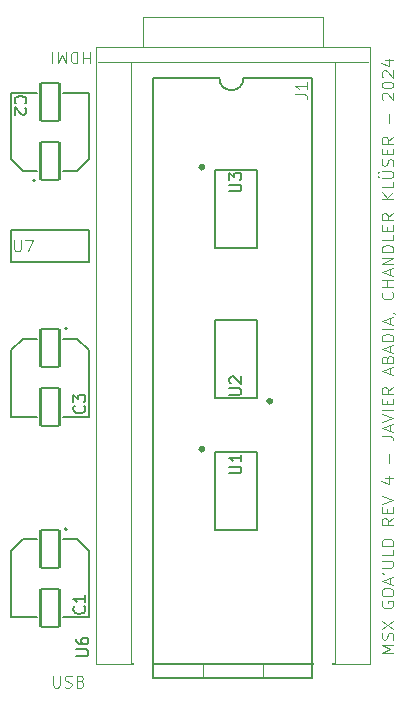
<source format=gto>
G04 #@! TF.GenerationSoftware,KiCad,Pcbnew,8.0.4*
G04 #@! TF.CreationDate,2024-09-05T13:45:58-03:00*
G04 #@! TF.ProjectId,MSX_Goauld_Rev4,4d53585f-476f-4617-956c-645f52657634,rev?*
G04 #@! TF.SameCoordinates,Original*
G04 #@! TF.FileFunction,Legend,Top*
G04 #@! TF.FilePolarity,Positive*
%FSLAX46Y46*%
G04 Gerber Fmt 4.6, Leading zero omitted, Abs format (unit mm)*
G04 Created by KiCad (PCBNEW 8.0.4) date 2024-09-05 13:45:58*
%MOMM*%
%LPD*%
G01*
G04 APERTURE LIST*
G04 Aperture macros list*
%AMRoundRect*
0 Rectangle with rounded corners*
0 $1 Rounding radius*
0 $2 $3 $4 $5 $6 $7 $8 $9 X,Y pos of 4 corners*
0 Add a 4 corners polygon primitive as box body*
4,1,4,$2,$3,$4,$5,$6,$7,$8,$9,$2,$3,0*
0 Add four circle primitives for the rounded corners*
1,1,$1+$1,$2,$3*
1,1,$1+$1,$4,$5*
1,1,$1+$1,$6,$7*
1,1,$1+$1,$8,$9*
0 Add four rect primitives between the rounded corners*
20,1,$1+$1,$2,$3,$4,$5,0*
20,1,$1+$1,$4,$5,$6,$7,0*
20,1,$1+$1,$6,$7,$8,$9,0*
20,1,$1+$1,$8,$9,$2,$3,0*%
G04 Aperture macros list end*
%ADD10C,0.100000*%
%ADD11C,0.150000*%
%ADD12C,0.127000*%
%ADD13C,0.200000*%
%ADD14C,0.120000*%
%ADD15C,0.300000*%
%ADD16C,0.152400*%
%ADD17RoundRect,0.102000X0.800000X-1.600000X0.800000X1.600000X-0.800000X1.600000X-0.800000X-1.600000X0*%
%ADD18R,0.980000X2.470000*%
%ADD19R,3.600000X2.470000*%
%ADD20C,1.320800*%
%ADD21O,1.740000X0.360000*%
%ADD22RoundRect,0.102000X-0.800000X1.600000X-0.800000X-1.600000X0.800000X-1.600000X0.800000X1.600000X0*%
%ADD23C,1.500000*%
G04 APERTURE END LIST*
D10*
X152662095Y-126634419D02*
X152662095Y-127443942D01*
X152662095Y-127443942D02*
X152709714Y-127539180D01*
X152709714Y-127539180D02*
X152757333Y-127586800D01*
X152757333Y-127586800D02*
X152852571Y-127634419D01*
X152852571Y-127634419D02*
X153043047Y-127634419D01*
X153043047Y-127634419D02*
X153138285Y-127586800D01*
X153138285Y-127586800D02*
X153185904Y-127539180D01*
X153185904Y-127539180D02*
X153233523Y-127443942D01*
X153233523Y-127443942D02*
X153233523Y-126634419D01*
X153662095Y-127586800D02*
X153804952Y-127634419D01*
X153804952Y-127634419D02*
X154043047Y-127634419D01*
X154043047Y-127634419D02*
X154138285Y-127586800D01*
X154138285Y-127586800D02*
X154185904Y-127539180D01*
X154185904Y-127539180D02*
X154233523Y-127443942D01*
X154233523Y-127443942D02*
X154233523Y-127348704D01*
X154233523Y-127348704D02*
X154185904Y-127253466D01*
X154185904Y-127253466D02*
X154138285Y-127205847D01*
X154138285Y-127205847D02*
X154043047Y-127158228D01*
X154043047Y-127158228D02*
X153852571Y-127110609D01*
X153852571Y-127110609D02*
X153757333Y-127062990D01*
X153757333Y-127062990D02*
X153709714Y-127015371D01*
X153709714Y-127015371D02*
X153662095Y-126920133D01*
X153662095Y-126920133D02*
X153662095Y-126824895D01*
X153662095Y-126824895D02*
X153709714Y-126729657D01*
X153709714Y-126729657D02*
X153757333Y-126682038D01*
X153757333Y-126682038D02*
X153852571Y-126634419D01*
X153852571Y-126634419D02*
X154090666Y-126634419D01*
X154090666Y-126634419D02*
X154233523Y-126682038D01*
X154995428Y-127110609D02*
X155138285Y-127158228D01*
X155138285Y-127158228D02*
X155185904Y-127205847D01*
X155185904Y-127205847D02*
X155233523Y-127301085D01*
X155233523Y-127301085D02*
X155233523Y-127443942D01*
X155233523Y-127443942D02*
X155185904Y-127539180D01*
X155185904Y-127539180D02*
X155138285Y-127586800D01*
X155138285Y-127586800D02*
X155043047Y-127634419D01*
X155043047Y-127634419D02*
X154662095Y-127634419D01*
X154662095Y-127634419D02*
X154662095Y-126634419D01*
X154662095Y-126634419D02*
X154995428Y-126634419D01*
X154995428Y-126634419D02*
X155090666Y-126682038D01*
X155090666Y-126682038D02*
X155138285Y-126729657D01*
X155138285Y-126729657D02*
X155185904Y-126824895D01*
X155185904Y-126824895D02*
X155185904Y-126920133D01*
X155185904Y-126920133D02*
X155138285Y-127015371D01*
X155138285Y-127015371D02*
X155090666Y-127062990D01*
X155090666Y-127062990D02*
X154995428Y-127110609D01*
X154995428Y-127110609D02*
X154662095Y-127110609D01*
X155773237Y-73787580D02*
X155773237Y-74787580D01*
X155773237Y-74311390D02*
X155201809Y-74311390D01*
X155201809Y-73787580D02*
X155201809Y-74787580D01*
X154725618Y-73787580D02*
X154725618Y-74787580D01*
X154725618Y-74787580D02*
X154487523Y-74787580D01*
X154487523Y-74787580D02*
X154344666Y-74739961D01*
X154344666Y-74739961D02*
X154249428Y-74644723D01*
X154249428Y-74644723D02*
X154201809Y-74549485D01*
X154201809Y-74549485D02*
X154154190Y-74359009D01*
X154154190Y-74359009D02*
X154154190Y-74216152D01*
X154154190Y-74216152D02*
X154201809Y-74025676D01*
X154201809Y-74025676D02*
X154249428Y-73930438D01*
X154249428Y-73930438D02*
X154344666Y-73835200D01*
X154344666Y-73835200D02*
X154487523Y-73787580D01*
X154487523Y-73787580D02*
X154725618Y-73787580D01*
X153725618Y-73787580D02*
X153725618Y-74787580D01*
X153725618Y-74787580D02*
X153392285Y-74073295D01*
X153392285Y-74073295D02*
X153058952Y-74787580D01*
X153058952Y-74787580D02*
X153058952Y-73787580D01*
X152582761Y-73787580D02*
X152582761Y-74787580D01*
X181482419Y-124664115D02*
X180482419Y-124664115D01*
X180482419Y-124664115D02*
X181196704Y-124330782D01*
X181196704Y-124330782D02*
X180482419Y-123997449D01*
X180482419Y-123997449D02*
X181482419Y-123997449D01*
X181434800Y-123568877D02*
X181482419Y-123426020D01*
X181482419Y-123426020D02*
X181482419Y-123187925D01*
X181482419Y-123187925D02*
X181434800Y-123092687D01*
X181434800Y-123092687D02*
X181387180Y-123045068D01*
X181387180Y-123045068D02*
X181291942Y-122997449D01*
X181291942Y-122997449D02*
X181196704Y-122997449D01*
X181196704Y-122997449D02*
X181101466Y-123045068D01*
X181101466Y-123045068D02*
X181053847Y-123092687D01*
X181053847Y-123092687D02*
X181006228Y-123187925D01*
X181006228Y-123187925D02*
X180958609Y-123378401D01*
X180958609Y-123378401D02*
X180910990Y-123473639D01*
X180910990Y-123473639D02*
X180863371Y-123521258D01*
X180863371Y-123521258D02*
X180768133Y-123568877D01*
X180768133Y-123568877D02*
X180672895Y-123568877D01*
X180672895Y-123568877D02*
X180577657Y-123521258D01*
X180577657Y-123521258D02*
X180530038Y-123473639D01*
X180530038Y-123473639D02*
X180482419Y-123378401D01*
X180482419Y-123378401D02*
X180482419Y-123140306D01*
X180482419Y-123140306D02*
X180530038Y-122997449D01*
X180482419Y-122664115D02*
X181482419Y-121997449D01*
X180482419Y-121997449D02*
X181482419Y-122664115D01*
X180530038Y-120330782D02*
X180482419Y-120426020D01*
X180482419Y-120426020D02*
X180482419Y-120568877D01*
X180482419Y-120568877D02*
X180530038Y-120711734D01*
X180530038Y-120711734D02*
X180625276Y-120806972D01*
X180625276Y-120806972D02*
X180720514Y-120854591D01*
X180720514Y-120854591D02*
X180910990Y-120902210D01*
X180910990Y-120902210D02*
X181053847Y-120902210D01*
X181053847Y-120902210D02*
X181244323Y-120854591D01*
X181244323Y-120854591D02*
X181339561Y-120806972D01*
X181339561Y-120806972D02*
X181434800Y-120711734D01*
X181434800Y-120711734D02*
X181482419Y-120568877D01*
X181482419Y-120568877D02*
X181482419Y-120473639D01*
X181482419Y-120473639D02*
X181434800Y-120330782D01*
X181434800Y-120330782D02*
X181387180Y-120283163D01*
X181387180Y-120283163D02*
X181053847Y-120283163D01*
X181053847Y-120283163D02*
X181053847Y-120473639D01*
X180482419Y-119664115D02*
X180482419Y-119473639D01*
X180482419Y-119473639D02*
X180530038Y-119378401D01*
X180530038Y-119378401D02*
X180625276Y-119283163D01*
X180625276Y-119283163D02*
X180815752Y-119235544D01*
X180815752Y-119235544D02*
X181149085Y-119235544D01*
X181149085Y-119235544D02*
X181339561Y-119283163D01*
X181339561Y-119283163D02*
X181434800Y-119378401D01*
X181434800Y-119378401D02*
X181482419Y-119473639D01*
X181482419Y-119473639D02*
X181482419Y-119664115D01*
X181482419Y-119664115D02*
X181434800Y-119759353D01*
X181434800Y-119759353D02*
X181339561Y-119854591D01*
X181339561Y-119854591D02*
X181149085Y-119902210D01*
X181149085Y-119902210D02*
X180815752Y-119902210D01*
X180815752Y-119902210D02*
X180625276Y-119854591D01*
X180625276Y-119854591D02*
X180530038Y-119759353D01*
X180530038Y-119759353D02*
X180482419Y-119664115D01*
X181196704Y-118854591D02*
X181196704Y-118378401D01*
X181482419Y-118949829D02*
X180482419Y-118616496D01*
X180482419Y-118616496D02*
X181482419Y-118283163D01*
X180482419Y-117902210D02*
X180672895Y-117997448D01*
X180482419Y-117473639D02*
X181291942Y-117473639D01*
X181291942Y-117473639D02*
X181387180Y-117426020D01*
X181387180Y-117426020D02*
X181434800Y-117378401D01*
X181434800Y-117378401D02*
X181482419Y-117283163D01*
X181482419Y-117283163D02*
X181482419Y-117092687D01*
X181482419Y-117092687D02*
X181434800Y-116997449D01*
X181434800Y-116997449D02*
X181387180Y-116949830D01*
X181387180Y-116949830D02*
X181291942Y-116902211D01*
X181291942Y-116902211D02*
X180482419Y-116902211D01*
X181482419Y-115949830D02*
X181482419Y-116426020D01*
X181482419Y-116426020D02*
X180482419Y-116426020D01*
X181482419Y-115616496D02*
X180482419Y-115616496D01*
X180482419Y-115616496D02*
X180482419Y-115378401D01*
X180482419Y-115378401D02*
X180530038Y-115235544D01*
X180530038Y-115235544D02*
X180625276Y-115140306D01*
X180625276Y-115140306D02*
X180720514Y-115092687D01*
X180720514Y-115092687D02*
X180910990Y-115045068D01*
X180910990Y-115045068D02*
X181053847Y-115045068D01*
X181053847Y-115045068D02*
X181244323Y-115092687D01*
X181244323Y-115092687D02*
X181339561Y-115140306D01*
X181339561Y-115140306D02*
X181434800Y-115235544D01*
X181434800Y-115235544D02*
X181482419Y-115378401D01*
X181482419Y-115378401D02*
X181482419Y-115616496D01*
X181482419Y-113283163D02*
X181006228Y-113616496D01*
X181482419Y-113854591D02*
X180482419Y-113854591D01*
X180482419Y-113854591D02*
X180482419Y-113473639D01*
X180482419Y-113473639D02*
X180530038Y-113378401D01*
X180530038Y-113378401D02*
X180577657Y-113330782D01*
X180577657Y-113330782D02*
X180672895Y-113283163D01*
X180672895Y-113283163D02*
X180815752Y-113283163D01*
X180815752Y-113283163D02*
X180910990Y-113330782D01*
X180910990Y-113330782D02*
X180958609Y-113378401D01*
X180958609Y-113378401D02*
X181006228Y-113473639D01*
X181006228Y-113473639D02*
X181006228Y-113854591D01*
X180958609Y-112854591D02*
X180958609Y-112521258D01*
X181482419Y-112378401D02*
X181482419Y-112854591D01*
X181482419Y-112854591D02*
X180482419Y-112854591D01*
X180482419Y-112854591D02*
X180482419Y-112378401D01*
X180482419Y-112092686D02*
X181482419Y-111759353D01*
X181482419Y-111759353D02*
X180482419Y-111426020D01*
X180815752Y-109902210D02*
X181482419Y-109902210D01*
X180434800Y-110140305D02*
X181149085Y-110378400D01*
X181149085Y-110378400D02*
X181149085Y-109759353D01*
X181101466Y-108616495D02*
X181101466Y-107854591D01*
X180482419Y-106330781D02*
X181196704Y-106330781D01*
X181196704Y-106330781D02*
X181339561Y-106378400D01*
X181339561Y-106378400D02*
X181434800Y-106473638D01*
X181434800Y-106473638D02*
X181482419Y-106616495D01*
X181482419Y-106616495D02*
X181482419Y-106711733D01*
X181196704Y-105902209D02*
X181196704Y-105426019D01*
X181482419Y-105997447D02*
X180482419Y-105664114D01*
X180482419Y-105664114D02*
X181482419Y-105330781D01*
X180482419Y-105140304D02*
X181482419Y-104806971D01*
X181482419Y-104806971D02*
X180482419Y-104473638D01*
X181482419Y-104140304D02*
X180482419Y-104140304D01*
X180958609Y-103664114D02*
X180958609Y-103330781D01*
X181482419Y-103187924D02*
X181482419Y-103664114D01*
X181482419Y-103664114D02*
X180482419Y-103664114D01*
X180482419Y-103664114D02*
X180482419Y-103187924D01*
X181482419Y-102187924D02*
X181006228Y-102521257D01*
X181482419Y-102759352D02*
X180482419Y-102759352D01*
X180482419Y-102759352D02*
X180482419Y-102378400D01*
X180482419Y-102378400D02*
X180530038Y-102283162D01*
X180530038Y-102283162D02*
X180577657Y-102235543D01*
X180577657Y-102235543D02*
X180672895Y-102187924D01*
X180672895Y-102187924D02*
X180815752Y-102187924D01*
X180815752Y-102187924D02*
X180910990Y-102235543D01*
X180910990Y-102235543D02*
X180958609Y-102283162D01*
X180958609Y-102283162D02*
X181006228Y-102378400D01*
X181006228Y-102378400D02*
X181006228Y-102759352D01*
X181196704Y-101045066D02*
X181196704Y-100568876D01*
X181482419Y-101140304D02*
X180482419Y-100806971D01*
X180482419Y-100806971D02*
X181482419Y-100473638D01*
X180958609Y-99806971D02*
X181006228Y-99664114D01*
X181006228Y-99664114D02*
X181053847Y-99616495D01*
X181053847Y-99616495D02*
X181149085Y-99568876D01*
X181149085Y-99568876D02*
X181291942Y-99568876D01*
X181291942Y-99568876D02*
X181387180Y-99616495D01*
X181387180Y-99616495D02*
X181434800Y-99664114D01*
X181434800Y-99664114D02*
X181482419Y-99759352D01*
X181482419Y-99759352D02*
X181482419Y-100140304D01*
X181482419Y-100140304D02*
X180482419Y-100140304D01*
X180482419Y-100140304D02*
X180482419Y-99806971D01*
X180482419Y-99806971D02*
X180530038Y-99711733D01*
X180530038Y-99711733D02*
X180577657Y-99664114D01*
X180577657Y-99664114D02*
X180672895Y-99616495D01*
X180672895Y-99616495D02*
X180768133Y-99616495D01*
X180768133Y-99616495D02*
X180863371Y-99664114D01*
X180863371Y-99664114D02*
X180910990Y-99711733D01*
X180910990Y-99711733D02*
X180958609Y-99806971D01*
X180958609Y-99806971D02*
X180958609Y-100140304D01*
X181196704Y-99187923D02*
X181196704Y-98711733D01*
X181482419Y-99283161D02*
X180482419Y-98949828D01*
X180482419Y-98949828D02*
X181482419Y-98616495D01*
X181482419Y-98283161D02*
X180482419Y-98283161D01*
X180482419Y-98283161D02*
X180482419Y-98045066D01*
X180482419Y-98045066D02*
X180530038Y-97902209D01*
X180530038Y-97902209D02*
X180625276Y-97806971D01*
X180625276Y-97806971D02*
X180720514Y-97759352D01*
X180720514Y-97759352D02*
X180910990Y-97711733D01*
X180910990Y-97711733D02*
X181053847Y-97711733D01*
X181053847Y-97711733D02*
X181244323Y-97759352D01*
X181244323Y-97759352D02*
X181339561Y-97806971D01*
X181339561Y-97806971D02*
X181434800Y-97902209D01*
X181434800Y-97902209D02*
X181482419Y-98045066D01*
X181482419Y-98045066D02*
X181482419Y-98283161D01*
X181482419Y-97283161D02*
X180482419Y-97283161D01*
X181196704Y-96854590D02*
X181196704Y-96378400D01*
X181482419Y-96949828D02*
X180482419Y-96616495D01*
X180482419Y-96616495D02*
X181482419Y-96283162D01*
X181434800Y-95902209D02*
X181482419Y-95902209D01*
X181482419Y-95902209D02*
X181577657Y-95949828D01*
X181577657Y-95949828D02*
X181625276Y-95997447D01*
X181387180Y-94140305D02*
X181434800Y-94187924D01*
X181434800Y-94187924D02*
X181482419Y-94330781D01*
X181482419Y-94330781D02*
X181482419Y-94426019D01*
X181482419Y-94426019D02*
X181434800Y-94568876D01*
X181434800Y-94568876D02*
X181339561Y-94664114D01*
X181339561Y-94664114D02*
X181244323Y-94711733D01*
X181244323Y-94711733D02*
X181053847Y-94759352D01*
X181053847Y-94759352D02*
X180910990Y-94759352D01*
X180910990Y-94759352D02*
X180720514Y-94711733D01*
X180720514Y-94711733D02*
X180625276Y-94664114D01*
X180625276Y-94664114D02*
X180530038Y-94568876D01*
X180530038Y-94568876D02*
X180482419Y-94426019D01*
X180482419Y-94426019D02*
X180482419Y-94330781D01*
X180482419Y-94330781D02*
X180530038Y-94187924D01*
X180530038Y-94187924D02*
X180577657Y-94140305D01*
X181482419Y-93711733D02*
X180482419Y-93711733D01*
X180958609Y-93711733D02*
X180958609Y-93140305D01*
X181482419Y-93140305D02*
X180482419Y-93140305D01*
X181196704Y-92711733D02*
X181196704Y-92235543D01*
X181482419Y-92806971D02*
X180482419Y-92473638D01*
X180482419Y-92473638D02*
X181482419Y-92140305D01*
X181482419Y-91806971D02*
X180482419Y-91806971D01*
X180482419Y-91806971D02*
X181482419Y-91235543D01*
X181482419Y-91235543D02*
X180482419Y-91235543D01*
X181482419Y-90759352D02*
X180482419Y-90759352D01*
X180482419Y-90759352D02*
X180482419Y-90521257D01*
X180482419Y-90521257D02*
X180530038Y-90378400D01*
X180530038Y-90378400D02*
X180625276Y-90283162D01*
X180625276Y-90283162D02*
X180720514Y-90235543D01*
X180720514Y-90235543D02*
X180910990Y-90187924D01*
X180910990Y-90187924D02*
X181053847Y-90187924D01*
X181053847Y-90187924D02*
X181244323Y-90235543D01*
X181244323Y-90235543D02*
X181339561Y-90283162D01*
X181339561Y-90283162D02*
X181434800Y-90378400D01*
X181434800Y-90378400D02*
X181482419Y-90521257D01*
X181482419Y-90521257D02*
X181482419Y-90759352D01*
X181482419Y-89283162D02*
X181482419Y-89759352D01*
X181482419Y-89759352D02*
X180482419Y-89759352D01*
X180958609Y-88949828D02*
X180958609Y-88616495D01*
X181482419Y-88473638D02*
X181482419Y-88949828D01*
X181482419Y-88949828D02*
X180482419Y-88949828D01*
X180482419Y-88949828D02*
X180482419Y-88473638D01*
X181482419Y-87473638D02*
X181006228Y-87806971D01*
X181482419Y-88045066D02*
X180482419Y-88045066D01*
X180482419Y-88045066D02*
X180482419Y-87664114D01*
X180482419Y-87664114D02*
X180530038Y-87568876D01*
X180530038Y-87568876D02*
X180577657Y-87521257D01*
X180577657Y-87521257D02*
X180672895Y-87473638D01*
X180672895Y-87473638D02*
X180815752Y-87473638D01*
X180815752Y-87473638D02*
X180910990Y-87521257D01*
X180910990Y-87521257D02*
X180958609Y-87568876D01*
X180958609Y-87568876D02*
X181006228Y-87664114D01*
X181006228Y-87664114D02*
X181006228Y-88045066D01*
X181482419Y-86283161D02*
X180482419Y-86283161D01*
X181482419Y-85711733D02*
X180910990Y-86140304D01*
X180482419Y-85711733D02*
X181053847Y-86283161D01*
X181482419Y-84806971D02*
X181482419Y-85283161D01*
X181482419Y-85283161D02*
X180482419Y-85283161D01*
X180482419Y-84473637D02*
X181291942Y-84473637D01*
X181291942Y-84473637D02*
X181387180Y-84426018D01*
X181387180Y-84426018D02*
X181434800Y-84378399D01*
X181434800Y-84378399D02*
X181482419Y-84283161D01*
X181482419Y-84283161D02*
X181482419Y-84092685D01*
X181482419Y-84092685D02*
X181434800Y-83997447D01*
X181434800Y-83997447D02*
X181387180Y-83949828D01*
X181387180Y-83949828D02*
X181291942Y-83902209D01*
X181291942Y-83902209D02*
X180482419Y-83902209D01*
X180149085Y-84378399D02*
X180196704Y-84330780D01*
X180196704Y-84330780D02*
X180244323Y-84378399D01*
X180244323Y-84378399D02*
X180196704Y-84426018D01*
X180196704Y-84426018D02*
X180149085Y-84378399D01*
X180149085Y-84378399D02*
X180244323Y-84378399D01*
X180149085Y-83997447D02*
X180196704Y-83949828D01*
X180196704Y-83949828D02*
X180244323Y-83997447D01*
X180244323Y-83997447D02*
X180196704Y-84045066D01*
X180196704Y-84045066D02*
X180149085Y-83997447D01*
X180149085Y-83997447D02*
X180244323Y-83997447D01*
X181434800Y-83473637D02*
X181482419Y-83330780D01*
X181482419Y-83330780D02*
X181482419Y-83092685D01*
X181482419Y-83092685D02*
X181434800Y-82997447D01*
X181434800Y-82997447D02*
X181387180Y-82949828D01*
X181387180Y-82949828D02*
X181291942Y-82902209D01*
X181291942Y-82902209D02*
X181196704Y-82902209D01*
X181196704Y-82902209D02*
X181101466Y-82949828D01*
X181101466Y-82949828D02*
X181053847Y-82997447D01*
X181053847Y-82997447D02*
X181006228Y-83092685D01*
X181006228Y-83092685D02*
X180958609Y-83283161D01*
X180958609Y-83283161D02*
X180910990Y-83378399D01*
X180910990Y-83378399D02*
X180863371Y-83426018D01*
X180863371Y-83426018D02*
X180768133Y-83473637D01*
X180768133Y-83473637D02*
X180672895Y-83473637D01*
X180672895Y-83473637D02*
X180577657Y-83426018D01*
X180577657Y-83426018D02*
X180530038Y-83378399D01*
X180530038Y-83378399D02*
X180482419Y-83283161D01*
X180482419Y-83283161D02*
X180482419Y-83045066D01*
X180482419Y-83045066D02*
X180530038Y-82902209D01*
X180958609Y-82473637D02*
X180958609Y-82140304D01*
X181482419Y-81997447D02*
X181482419Y-82473637D01*
X181482419Y-82473637D02*
X180482419Y-82473637D01*
X180482419Y-82473637D02*
X180482419Y-81997447D01*
X181482419Y-80997447D02*
X181006228Y-81330780D01*
X181482419Y-81568875D02*
X180482419Y-81568875D01*
X180482419Y-81568875D02*
X180482419Y-81187923D01*
X180482419Y-81187923D02*
X180530038Y-81092685D01*
X180530038Y-81092685D02*
X180577657Y-81045066D01*
X180577657Y-81045066D02*
X180672895Y-80997447D01*
X180672895Y-80997447D02*
X180815752Y-80997447D01*
X180815752Y-80997447D02*
X180910990Y-81045066D01*
X180910990Y-81045066D02*
X180958609Y-81092685D01*
X180958609Y-81092685D02*
X181006228Y-81187923D01*
X181006228Y-81187923D02*
X181006228Y-81568875D01*
X181101466Y-79806970D02*
X181101466Y-79045066D01*
X180577657Y-77854589D02*
X180530038Y-77806970D01*
X180530038Y-77806970D02*
X180482419Y-77711732D01*
X180482419Y-77711732D02*
X180482419Y-77473637D01*
X180482419Y-77473637D02*
X180530038Y-77378399D01*
X180530038Y-77378399D02*
X180577657Y-77330780D01*
X180577657Y-77330780D02*
X180672895Y-77283161D01*
X180672895Y-77283161D02*
X180768133Y-77283161D01*
X180768133Y-77283161D02*
X180910990Y-77330780D01*
X180910990Y-77330780D02*
X181482419Y-77902208D01*
X181482419Y-77902208D02*
X181482419Y-77283161D01*
X180482419Y-76664113D02*
X180482419Y-76568875D01*
X180482419Y-76568875D02*
X180530038Y-76473637D01*
X180530038Y-76473637D02*
X180577657Y-76426018D01*
X180577657Y-76426018D02*
X180672895Y-76378399D01*
X180672895Y-76378399D02*
X180863371Y-76330780D01*
X180863371Y-76330780D02*
X181101466Y-76330780D01*
X181101466Y-76330780D02*
X181291942Y-76378399D01*
X181291942Y-76378399D02*
X181387180Y-76426018D01*
X181387180Y-76426018D02*
X181434800Y-76473637D01*
X181434800Y-76473637D02*
X181482419Y-76568875D01*
X181482419Y-76568875D02*
X181482419Y-76664113D01*
X181482419Y-76664113D02*
X181434800Y-76759351D01*
X181434800Y-76759351D02*
X181387180Y-76806970D01*
X181387180Y-76806970D02*
X181291942Y-76854589D01*
X181291942Y-76854589D02*
X181101466Y-76902208D01*
X181101466Y-76902208D02*
X180863371Y-76902208D01*
X180863371Y-76902208D02*
X180672895Y-76854589D01*
X180672895Y-76854589D02*
X180577657Y-76806970D01*
X180577657Y-76806970D02*
X180530038Y-76759351D01*
X180530038Y-76759351D02*
X180482419Y-76664113D01*
X180577657Y-75949827D02*
X180530038Y-75902208D01*
X180530038Y-75902208D02*
X180482419Y-75806970D01*
X180482419Y-75806970D02*
X180482419Y-75568875D01*
X180482419Y-75568875D02*
X180530038Y-75473637D01*
X180530038Y-75473637D02*
X180577657Y-75426018D01*
X180577657Y-75426018D02*
X180672895Y-75378399D01*
X180672895Y-75378399D02*
X180768133Y-75378399D01*
X180768133Y-75378399D02*
X180910990Y-75426018D01*
X180910990Y-75426018D02*
X181482419Y-75997446D01*
X181482419Y-75997446D02*
X181482419Y-75378399D01*
X180815752Y-74521256D02*
X181482419Y-74521256D01*
X180434800Y-74759351D02*
X181149085Y-74997446D01*
X181149085Y-74997446D02*
X181149085Y-74378399D01*
D11*
X149500419Y-78164207D02*
X149452800Y-78116588D01*
X149452800Y-78116588D02*
X149405180Y-77973731D01*
X149405180Y-77973731D02*
X149405180Y-77878493D01*
X149405180Y-77878493D02*
X149452800Y-77735636D01*
X149452800Y-77735636D02*
X149548038Y-77640398D01*
X149548038Y-77640398D02*
X149643276Y-77592779D01*
X149643276Y-77592779D02*
X149833752Y-77545160D01*
X149833752Y-77545160D02*
X149976609Y-77545160D01*
X149976609Y-77545160D02*
X150167085Y-77592779D01*
X150167085Y-77592779D02*
X150262323Y-77640398D01*
X150262323Y-77640398D02*
X150357561Y-77735636D01*
X150357561Y-77735636D02*
X150405180Y-77878493D01*
X150405180Y-77878493D02*
X150405180Y-77973731D01*
X150405180Y-77973731D02*
X150357561Y-78116588D01*
X150357561Y-78116588D02*
X150309942Y-78164207D01*
X150309942Y-78545160D02*
X150357561Y-78592779D01*
X150357561Y-78592779D02*
X150405180Y-78688017D01*
X150405180Y-78688017D02*
X150405180Y-78926112D01*
X150405180Y-78926112D02*
X150357561Y-79021350D01*
X150357561Y-79021350D02*
X150309942Y-79068969D01*
X150309942Y-79068969D02*
X150214704Y-79116588D01*
X150214704Y-79116588D02*
X150119466Y-79116588D01*
X150119466Y-79116588D02*
X149976609Y-79068969D01*
X149976609Y-79068969D02*
X149405180Y-78497541D01*
X149405180Y-78497541D02*
X149405180Y-79116588D01*
D10*
X149373884Y-89707419D02*
X149373884Y-90516942D01*
X149373884Y-90516942D02*
X149421503Y-90612180D01*
X149421503Y-90612180D02*
X149469122Y-90659800D01*
X149469122Y-90659800D02*
X149564360Y-90707419D01*
X149564360Y-90707419D02*
X149754836Y-90707419D01*
X149754836Y-90707419D02*
X149850074Y-90659800D01*
X149850074Y-90659800D02*
X149897693Y-90612180D01*
X149897693Y-90612180D02*
X149945312Y-90516942D01*
X149945312Y-90516942D02*
X149945312Y-89707419D01*
X150326265Y-89707419D02*
X150992931Y-89707419D01*
X150992931Y-89707419D02*
X150564360Y-90707419D01*
D11*
X154653819Y-124967904D02*
X155463342Y-124967904D01*
X155463342Y-124967904D02*
X155558580Y-124920285D01*
X155558580Y-124920285D02*
X155606200Y-124872666D01*
X155606200Y-124872666D02*
X155653819Y-124777428D01*
X155653819Y-124777428D02*
X155653819Y-124586952D01*
X155653819Y-124586952D02*
X155606200Y-124491714D01*
X155606200Y-124491714D02*
X155558580Y-124444095D01*
X155558580Y-124444095D02*
X155463342Y-124396476D01*
X155463342Y-124396476D02*
X154653819Y-124396476D01*
X154653819Y-123491714D02*
X154653819Y-123682190D01*
X154653819Y-123682190D02*
X154701438Y-123777428D01*
X154701438Y-123777428D02*
X154749057Y-123825047D01*
X154749057Y-123825047D02*
X154891914Y-123920285D01*
X154891914Y-123920285D02*
X155082390Y-123967904D01*
X155082390Y-123967904D02*
X155463342Y-123967904D01*
X155463342Y-123967904D02*
X155558580Y-123920285D01*
X155558580Y-123920285D02*
X155606200Y-123872666D01*
X155606200Y-123872666D02*
X155653819Y-123777428D01*
X155653819Y-123777428D02*
X155653819Y-123586952D01*
X155653819Y-123586952D02*
X155606200Y-123491714D01*
X155606200Y-123491714D02*
X155558580Y-123444095D01*
X155558580Y-123444095D02*
X155463342Y-123396476D01*
X155463342Y-123396476D02*
X155225247Y-123396476D01*
X155225247Y-123396476D02*
X155130009Y-123444095D01*
X155130009Y-123444095D02*
X155082390Y-123491714D01*
X155082390Y-123491714D02*
X155034771Y-123586952D01*
X155034771Y-123586952D02*
X155034771Y-123777428D01*
X155034771Y-123777428D02*
X155082390Y-123872666D01*
X155082390Y-123872666D02*
X155130009Y-123920285D01*
X155130009Y-123920285D02*
X155225247Y-123967904D01*
X167602819Y-109487220D02*
X168412342Y-109487220D01*
X168412342Y-109487220D02*
X168507580Y-109439601D01*
X168507580Y-109439601D02*
X168555200Y-109391982D01*
X168555200Y-109391982D02*
X168602819Y-109296744D01*
X168602819Y-109296744D02*
X168602819Y-109106268D01*
X168602819Y-109106268D02*
X168555200Y-109011030D01*
X168555200Y-109011030D02*
X168507580Y-108963411D01*
X168507580Y-108963411D02*
X168412342Y-108915792D01*
X168412342Y-108915792D02*
X167602819Y-108915792D01*
X168602819Y-107915792D02*
X168602819Y-108487220D01*
X168602819Y-108201506D02*
X167602819Y-108201506D01*
X167602819Y-108201506D02*
X167745676Y-108296744D01*
X167745676Y-108296744D02*
X167840914Y-108391982D01*
X167840914Y-108391982D02*
X167888533Y-108487220D01*
X167602819Y-102856588D02*
X168412342Y-102856588D01*
X168412342Y-102856588D02*
X168507580Y-102808969D01*
X168507580Y-102808969D02*
X168555200Y-102761350D01*
X168555200Y-102761350D02*
X168602819Y-102666112D01*
X168602819Y-102666112D02*
X168602819Y-102475636D01*
X168602819Y-102475636D02*
X168555200Y-102380398D01*
X168555200Y-102380398D02*
X168507580Y-102332779D01*
X168507580Y-102332779D02*
X168412342Y-102285160D01*
X168412342Y-102285160D02*
X167602819Y-102285160D01*
X167698057Y-101856588D02*
X167650438Y-101808969D01*
X167650438Y-101808969D02*
X167602819Y-101713731D01*
X167602819Y-101713731D02*
X167602819Y-101475636D01*
X167602819Y-101475636D02*
X167650438Y-101380398D01*
X167650438Y-101380398D02*
X167698057Y-101332779D01*
X167698057Y-101332779D02*
X167793295Y-101285160D01*
X167793295Y-101285160D02*
X167888533Y-101285160D01*
X167888533Y-101285160D02*
X168031390Y-101332779D01*
X168031390Y-101332779D02*
X168602819Y-101904207D01*
X168602819Y-101904207D02*
X168602819Y-101285160D01*
X155299580Y-120757792D02*
X155347200Y-120805411D01*
X155347200Y-120805411D02*
X155394819Y-120948268D01*
X155394819Y-120948268D02*
X155394819Y-121043506D01*
X155394819Y-121043506D02*
X155347200Y-121186363D01*
X155347200Y-121186363D02*
X155251961Y-121281601D01*
X155251961Y-121281601D02*
X155156723Y-121329220D01*
X155156723Y-121329220D02*
X154966247Y-121376839D01*
X154966247Y-121376839D02*
X154823390Y-121376839D01*
X154823390Y-121376839D02*
X154632914Y-121329220D01*
X154632914Y-121329220D02*
X154537676Y-121281601D01*
X154537676Y-121281601D02*
X154442438Y-121186363D01*
X154442438Y-121186363D02*
X154394819Y-121043506D01*
X154394819Y-121043506D02*
X154394819Y-120948268D01*
X154394819Y-120948268D02*
X154442438Y-120805411D01*
X154442438Y-120805411D02*
X154490057Y-120757792D01*
X155394819Y-119805411D02*
X155394819Y-120376839D01*
X155394819Y-120091125D02*
X154394819Y-120091125D01*
X154394819Y-120091125D02*
X154537676Y-120186363D01*
X154537676Y-120186363D02*
X154632914Y-120281601D01*
X154632914Y-120281601D02*
X154680533Y-120376839D01*
X155299580Y-103779792D02*
X155347200Y-103827411D01*
X155347200Y-103827411D02*
X155394819Y-103970268D01*
X155394819Y-103970268D02*
X155394819Y-104065506D01*
X155394819Y-104065506D02*
X155347200Y-104208363D01*
X155347200Y-104208363D02*
X155251961Y-104303601D01*
X155251961Y-104303601D02*
X155156723Y-104351220D01*
X155156723Y-104351220D02*
X154966247Y-104398839D01*
X154966247Y-104398839D02*
X154823390Y-104398839D01*
X154823390Y-104398839D02*
X154632914Y-104351220D01*
X154632914Y-104351220D02*
X154537676Y-104303601D01*
X154537676Y-104303601D02*
X154442438Y-104208363D01*
X154442438Y-104208363D02*
X154394819Y-104065506D01*
X154394819Y-104065506D02*
X154394819Y-103970268D01*
X154394819Y-103970268D02*
X154442438Y-103827411D01*
X154442438Y-103827411D02*
X154490057Y-103779792D01*
X154394819Y-103446458D02*
X154394819Y-102827411D01*
X154394819Y-102827411D02*
X154775771Y-103160744D01*
X154775771Y-103160744D02*
X154775771Y-103017887D01*
X154775771Y-103017887D02*
X154823390Y-102922649D01*
X154823390Y-102922649D02*
X154871009Y-102875030D01*
X154871009Y-102875030D02*
X154966247Y-102827411D01*
X154966247Y-102827411D02*
X155204342Y-102827411D01*
X155204342Y-102827411D02*
X155299580Y-102875030D01*
X155299580Y-102875030D02*
X155347200Y-102922649D01*
X155347200Y-102922649D02*
X155394819Y-103017887D01*
X155394819Y-103017887D02*
X155394819Y-103303601D01*
X155394819Y-103303601D02*
X155347200Y-103398839D01*
X155347200Y-103398839D02*
X155299580Y-103446458D01*
D10*
X173193419Y-77382233D02*
X173907704Y-77382233D01*
X173907704Y-77382233D02*
X174050561Y-77429852D01*
X174050561Y-77429852D02*
X174145800Y-77525090D01*
X174145800Y-77525090D02*
X174193419Y-77667947D01*
X174193419Y-77667947D02*
X174193419Y-77763185D01*
X174193419Y-76382233D02*
X174193419Y-76953661D01*
X174193419Y-76667947D02*
X173193419Y-76667947D01*
X173193419Y-76667947D02*
X173336276Y-76763185D01*
X173336276Y-76763185D02*
X173431514Y-76858423D01*
X173431514Y-76858423D02*
X173479133Y-76953661D01*
D11*
X167602819Y-85611220D02*
X168412342Y-85611220D01*
X168412342Y-85611220D02*
X168507580Y-85563601D01*
X168507580Y-85563601D02*
X168555200Y-85515982D01*
X168555200Y-85515982D02*
X168602819Y-85420744D01*
X168602819Y-85420744D02*
X168602819Y-85230268D01*
X168602819Y-85230268D02*
X168555200Y-85135030D01*
X168555200Y-85135030D02*
X168507580Y-85087411D01*
X168507580Y-85087411D02*
X168412342Y-85039792D01*
X168412342Y-85039792D02*
X167602819Y-85039792D01*
X167602819Y-84658839D02*
X167602819Y-84039792D01*
X167602819Y-84039792D02*
X167983771Y-84373125D01*
X167983771Y-84373125D02*
X167983771Y-84230268D01*
X167983771Y-84230268D02*
X168031390Y-84135030D01*
X168031390Y-84135030D02*
X168079009Y-84087411D01*
X168079009Y-84087411D02*
X168174247Y-84039792D01*
X168174247Y-84039792D02*
X168412342Y-84039792D01*
X168412342Y-84039792D02*
X168507580Y-84087411D01*
X168507580Y-84087411D02*
X168555200Y-84135030D01*
X168555200Y-84135030D02*
X168602819Y-84230268D01*
X168602819Y-84230268D02*
X168602819Y-84515982D01*
X168602819Y-84515982D02*
X168555200Y-84611220D01*
X168555200Y-84611220D02*
X168507580Y-84658839D01*
D12*
X149100000Y-77258000D02*
X149100000Y-82858000D01*
X149100000Y-82858000D02*
X150100000Y-83858000D01*
X150100000Y-83858000D02*
X151280000Y-83858000D01*
X151280000Y-77258000D02*
X149100000Y-77258000D01*
X153520000Y-83858000D02*
X154700000Y-83858000D01*
X154700000Y-83858000D02*
X155700000Y-82858000D01*
X155700000Y-77258000D02*
X153520000Y-77258000D01*
X155700000Y-82858000D02*
X155700000Y-77258000D01*
D13*
X151150000Y-84708000D02*
G75*
G02*
X150950000Y-84708000I-100000J0D01*
G01*
X150950000Y-84708000D02*
G75*
G02*
X151150000Y-84708000I100000J0D01*
G01*
D11*
X149070000Y-88880000D02*
X155730000Y-88880000D01*
X149070000Y-91620000D02*
X149070000Y-88880000D01*
X155730000Y-88880000D02*
X155730000Y-91620000D01*
X155730000Y-91620000D02*
X149070000Y-91620000D01*
D14*
X156299000Y-73406000D02*
X156299000Y-125596000D01*
X156299000Y-125596000D02*
X179499000Y-125596000D01*
X159299000Y-74676000D02*
X159299000Y-125536000D01*
X159299000Y-125536000D02*
X164359000Y-125536000D01*
X160279000Y-70866000D02*
X160279000Y-73406000D01*
X161549000Y-125536000D02*
X176499000Y-125536000D01*
X165359000Y-126746000D02*
X165359000Y-125603000D01*
X170439000Y-125536000D02*
X170439000Y-126746000D01*
X170439000Y-126746000D02*
X165359000Y-126746000D01*
X175519000Y-70866000D02*
X160279000Y-70866000D01*
X175519000Y-73406000D02*
X175519000Y-70866000D01*
X176499000Y-125536000D02*
X176499000Y-74676000D01*
D10*
X179329000Y-74676000D02*
X156469000Y-74676000D01*
D14*
X179499000Y-73406000D02*
X156299000Y-73406000D01*
X179499000Y-125596000D02*
X179499000Y-73406000D01*
D11*
X166378000Y-107668000D02*
X169918000Y-107668000D01*
X166378000Y-114328000D02*
X166378000Y-107668000D01*
X169918000Y-107668000D02*
X169918000Y-114328000D01*
X169918000Y-114328000D02*
X166378000Y-114328000D01*
D15*
X165428000Y-107438000D02*
G75*
G02*
X165128000Y-107438000I-150000J0D01*
G01*
X165128000Y-107438000D02*
G75*
G02*
X165428000Y-107438000I150000J0D01*
G01*
D11*
X166378000Y-96492000D02*
X169918000Y-96492000D01*
X166378000Y-103152000D02*
X166378000Y-96492000D01*
X169918000Y-96492000D02*
X169918000Y-103152000D01*
X169918000Y-103152000D02*
X166378000Y-103152000D01*
D15*
X171168000Y-103382000D02*
G75*
G02*
X170868000Y-103382000I-150000J0D01*
G01*
X170868000Y-103382000D02*
G75*
G02*
X171168000Y-103382000I150000J0D01*
G01*
D12*
X149100000Y-116064000D02*
X149100000Y-121664000D01*
X149100000Y-121664000D02*
X151280000Y-121664000D01*
X150100000Y-115064000D02*
X149100000Y-116064000D01*
X151280000Y-115064000D02*
X150100000Y-115064000D01*
X153520000Y-121664000D02*
X155700000Y-121664000D01*
X154700000Y-115064000D02*
X153520000Y-115064000D01*
X155700000Y-116064000D02*
X154700000Y-115064000D01*
X155700000Y-121664000D02*
X155700000Y-116064000D01*
D13*
X153850000Y-114214000D02*
G75*
G02*
X153650000Y-114214000I-100000J0D01*
G01*
X153650000Y-114214000D02*
G75*
G02*
X153850000Y-114214000I100000J0D01*
G01*
D12*
X149100000Y-99086000D02*
X149100000Y-104686000D01*
X149100000Y-104686000D02*
X151280000Y-104686000D01*
X150100000Y-98086000D02*
X149100000Y-99086000D01*
X151280000Y-98086000D02*
X150100000Y-98086000D01*
X153520000Y-104686000D02*
X155700000Y-104686000D01*
X154700000Y-98086000D02*
X153520000Y-98086000D01*
X155700000Y-99086000D02*
X154700000Y-98086000D01*
X155700000Y-104686000D02*
X155700000Y-99086000D01*
D13*
X153850000Y-97236000D02*
G75*
G02*
X153650000Y-97236000I-100000J0D01*
G01*
X153650000Y-97236000D02*
G75*
G02*
X153850000Y-97236000I100000J0D01*
G01*
D16*
X161163000Y-76032900D02*
X161163000Y-126832900D01*
X161163000Y-76032900D02*
X166751000Y-76032900D01*
X174625000Y-76032900D02*
X168783000Y-76032900D01*
X174625000Y-126832900D02*
X161163000Y-126832900D01*
X174625000Y-126832900D02*
X174625000Y-76032900D01*
X168783000Y-76032900D02*
G75*
G02*
X166751000Y-76032900I-1016000J0D01*
G01*
D11*
X166378000Y-83792000D02*
X169918000Y-83792000D01*
X166378000Y-90452000D02*
X166378000Y-83792000D01*
X169918000Y-83792000D02*
X169918000Y-90452000D01*
X169918000Y-90452000D02*
X166378000Y-90452000D01*
D15*
X165428000Y-83562000D02*
G75*
G02*
X165128000Y-83562000I-150000J0D01*
G01*
X165128000Y-83562000D02*
G75*
G02*
X165428000Y-83562000I150000J0D01*
G01*
%LPC*%
D17*
X152400000Y-83058000D03*
X152400000Y-78058000D03*
D18*
X150100000Y-93080000D03*
X152400000Y-93080000D03*
X154700000Y-93080000D03*
D19*
X152400000Y-87420000D03*
D20*
X178059000Y-124206000D03*
X178059000Y-121666000D03*
X178059000Y-119126000D03*
X178059000Y-116586000D03*
X178059000Y-114046000D03*
X178059000Y-111506000D03*
X178059000Y-108966000D03*
X178059000Y-106426000D03*
X178059000Y-103886000D03*
X178059000Y-101346000D03*
X178059000Y-98806000D03*
X178059000Y-96266000D03*
X178059000Y-93726000D03*
X178059000Y-91186000D03*
X178059000Y-88646000D03*
X178059000Y-86106000D03*
X178059000Y-83566000D03*
X178059000Y-81026000D03*
X178059000Y-78486000D03*
X178059000Y-75946000D03*
X157739000Y-75946000D03*
X157739000Y-78486000D03*
X157739000Y-81026000D03*
X157739000Y-83566000D03*
X157739000Y-86106000D03*
X157739000Y-88646000D03*
X157739000Y-91186000D03*
X157739000Y-93726000D03*
X157739000Y-96266000D03*
X157739000Y-98806000D03*
X157739000Y-101346000D03*
X157739000Y-103886000D03*
X157739000Y-106426000D03*
X157739000Y-108966000D03*
X157739000Y-111506000D03*
X157739000Y-114046000D03*
X157739000Y-116586000D03*
X157739000Y-119126000D03*
X157739000Y-121666000D03*
X157739000Y-124206000D03*
D21*
X165278000Y-108068000D03*
X165278000Y-108718000D03*
X165278000Y-109368000D03*
X165278000Y-110018000D03*
X165278000Y-110678000D03*
X165278000Y-111328000D03*
X165278000Y-111978000D03*
X165278000Y-112628000D03*
X165278000Y-113278000D03*
X165278000Y-113928000D03*
X171018000Y-113928000D03*
X171018000Y-113278000D03*
X171018000Y-112628000D03*
X171018000Y-111978000D03*
X171018000Y-111328000D03*
X171018000Y-110678000D03*
X171018000Y-110018000D03*
X171018000Y-109368000D03*
X171018000Y-108718000D03*
X171018000Y-108068000D03*
X171018000Y-102752000D03*
X171018000Y-102102000D03*
X171018000Y-101452000D03*
X171018000Y-100802000D03*
X171018000Y-100142000D03*
X171018000Y-99492000D03*
X171018000Y-98842000D03*
X171018000Y-98192000D03*
X171018000Y-97542000D03*
X171018000Y-96892000D03*
X165278000Y-96892000D03*
X165278000Y-97542000D03*
X165278000Y-98192000D03*
X165278000Y-98842000D03*
X165278000Y-99492000D03*
X165278000Y-100142000D03*
X165278000Y-100802000D03*
X165278000Y-101452000D03*
X165278000Y-102102000D03*
X165278000Y-102752000D03*
D22*
X152400000Y-115864000D03*
X152400000Y-120864000D03*
X152400000Y-98886000D03*
X152400000Y-103886000D03*
D23*
X160274000Y-77302900D03*
X160274000Y-79842900D03*
X160274000Y-82382900D03*
X160274000Y-84922900D03*
X160274000Y-87462900D03*
X160274000Y-90002900D03*
X160274000Y-92542900D03*
X160274000Y-95082900D03*
X160274000Y-97622900D03*
X160274000Y-100162900D03*
X160274000Y-102702900D03*
X160274000Y-105242900D03*
X160274000Y-107782900D03*
X160274000Y-110322900D03*
X160274000Y-112862900D03*
X160274000Y-115402900D03*
X160274000Y-117942900D03*
X160274000Y-120482900D03*
X160274000Y-123022900D03*
X160274000Y-125562900D03*
X175514000Y-125562900D03*
X175514000Y-123022900D03*
X175514000Y-120482900D03*
X175514000Y-117942900D03*
X175514000Y-115402900D03*
X175514000Y-112862900D03*
X175514000Y-110322900D03*
X175514000Y-107782900D03*
X175514000Y-105242900D03*
X175514000Y-102702900D03*
X175514000Y-100162900D03*
X175514000Y-97622900D03*
X175514000Y-95082900D03*
X175514000Y-92542900D03*
X175514000Y-90002900D03*
X175514000Y-87462900D03*
X175514000Y-84922900D03*
X175514000Y-82382900D03*
X175514000Y-79842900D03*
X175514000Y-77302900D03*
D21*
X165278000Y-84192000D03*
X165278000Y-84842000D03*
X165278000Y-85492000D03*
X165278000Y-86142000D03*
X165278000Y-86802000D03*
X165278000Y-87452000D03*
X165278000Y-88102000D03*
X165278000Y-88752000D03*
X165278000Y-89402000D03*
X165278000Y-90052000D03*
X171018000Y-90052000D03*
X171018000Y-89402000D03*
X171018000Y-88752000D03*
X171018000Y-88102000D03*
X171018000Y-87452000D03*
X171018000Y-86802000D03*
X171018000Y-86142000D03*
X171018000Y-85492000D03*
X171018000Y-84842000D03*
X171018000Y-84192000D03*
D23*
X154990800Y-106821600D03*
X154990800Y-96306000D03*
%LPD*%
M02*

</source>
